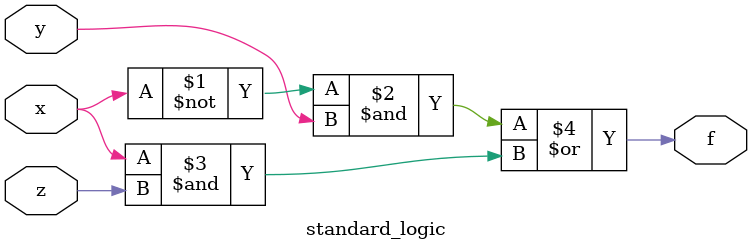
<source format=v>
module standard_logic(
    input x,y,z,
    output f
);

assign f=(~x)&y|x&z;

endmodule
</source>
